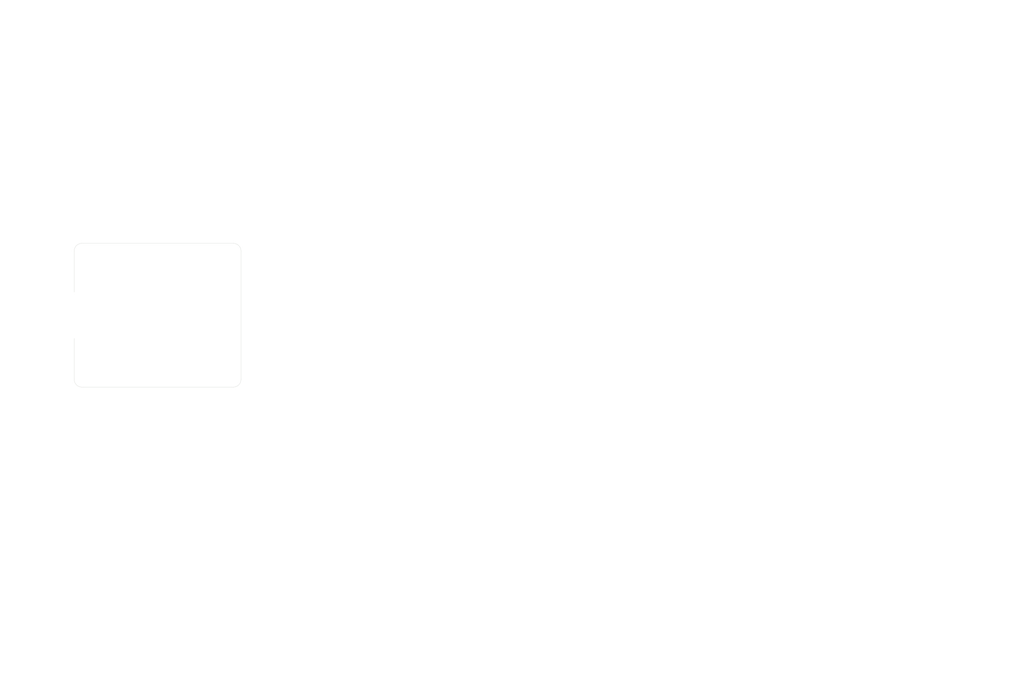
<source format=kicad_pcb>
(kicad_pcb (version 20221018) (generator pcbnew)
  (title_block (title "Example proyect") (date "2024-01-13") (rev "Rev01_1") (company "Ivan Electronics IMA-DESIGN") (comment 3 "i.mendezalon@hotmail.com") (comment 4 "Ivan Mendez"))
  (layers (0 "F.Cu" signal) (31 "B.Cu" signal) (34 "B.Paste" user) (35 "F.Paste" user) (36 "B.SilkS" user "B.Silkscreen") (37 "F.SilkS" user "F.Silkscreen") (38 "B.Mask" user) (39 "F.Mask" user) (44 "Edge.Cuts" user))
  (net 0 "")
  (footprint "MountingHole:MountingHole_2.7mm_M2.5" (layer "F.Cu") (at 241.82 122.12)
    (fp_text reference "MH2" hide)
    (fp_text value "MountingHole_2.7mm_M2.5" hide)
    (pad "" np_thru_hole circle locked (at 0 0) (size 2.7 2.7) (drill 2.7) (layers "*.Cu" "*.Mask"))
  )
  (footprint "MountingHole:MountingHole_2.7mm_M2.5" (layer "F.Cu") (at 183.82 171.12)
    (fp_text reference "MH3" hide)
    (fp_text value "MountingHole_2.7mm_M2.5" hide)
    (pad "" np_thru_hole circle locked (at 0 0) (size 2.7 2.7) (drill 2.7) (layers "*.Cu" "*.Mask"))
  )
  (footprint "MountingHole:MountingHole_2.7mm_M2.5" (layer "F.Cu") (at 183.82 122.12)
    (fp_text reference "MH1" hide)
    (fp_text value "MountingHole_2.7mm_M2.5" hide)
    (pad "" np_thru_hole circle locked (at 0 0) (size 2.7 2.7) (drill 2.7) (layers "*.Cu" "*.Mask"))
  )
  (footprint "MountingHole:MountingHole_2.7mm_M2.5" (layer "F.Cu") (at 241.82 171.12)
    (fp_text reference "MH4" hide)
    (fp_text value "MountingHole_2.7mm_M2.5" hide)
    (pad "" np_thru_hole circle locked (at 0 0) (size 2.7 2.7) (drill 2.7) (layers "*.Cu" "*.Mask"))
  )
  (gr_arc (start 242.32 118.62) (mid 244.44132 119.49868) (end 245.32 121.62) (stroke (width 0.1)) (layer "Edge.Cuts"))
  (gr_line (start 245.32 171.62) (end 245.32 121.62) (stroke (width 0.1)) (layer "Edge.Cuts"))
  (gr_line (start 180.32 121.62) (end 180.32 137.62) (stroke (width 0.1)) (layer "Edge.Cuts"))
  (gr_arc (start 183.32 174.62) (mid 181.19868 173.74132) (end 180.32 171.62) (stroke (width 0.1)) (layer "Edge.Cuts"))
  (gr_line (start 183.32 174.62) (end 242.32 174.62) (stroke (width 0.1)) (layer "Edge.Cuts"))
  (gr_arc (start 245.32 171.62) (mid 244.44132 173.74132) (end 242.32 174.62) (stroke (width 0.1)) (layer "Edge.Cuts"))
  (gr_arc (start 180.32 121.62) (mid 181.19868 119.49868) (end 183.32 118.62) (stroke (width 0.1)) (layer "Edge.Cuts"))
  (gr_line (start 180.32 155.62) (end 180.32 171.62) (stroke (width 0.1)) (layer "Edge.Cuts"))
  (gr_line (start 242.32 118.62) (end 183.32 118.62) (stroke (width 0.1)) (layer "Edge.Cuts"))
)
</source>
